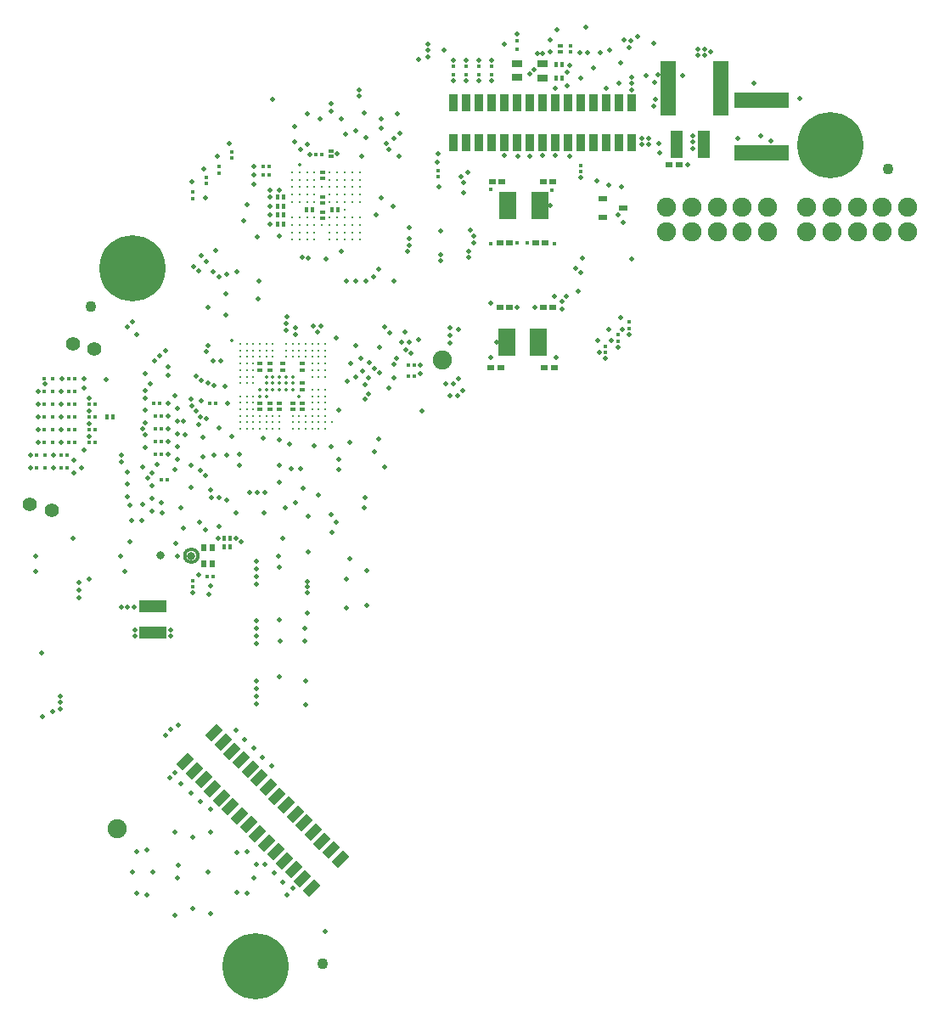
<source format=gbs>
G04*
G04 #@! TF.GenerationSoftware,Altium Limited,Altium Designer,24.1.2 (44)*
G04*
G04 Layer_Color=16711935*
%FSLAX44Y44*%
%MOMM*%
G71*
G04*
G04 #@! TF.SameCoordinates,E650615F-92BB-4AA2-81C1-946A8B7DB211*
G04*
G04*
G04 #@! TF.FilePolarity,Negative*
G04*
G01*
G75*
%ADD19R,0.5220X0.7250*%
%ADD64C,0.3000*%
%ADD67R,0.4500X0.5000*%
%ADD70R,0.3500X0.4000*%
%ADD71R,0.4000X0.3500*%
%ADD72R,0.4620X0.3520*%
%ADD73R,0.5000X0.4500*%
%ADD74R,1.6000X5.5000*%
%ADD86R,0.6588X0.6080*%
%ADD95C,1.1000*%
%ADD98C,0.8000*%
%ADD99C,1.9050*%
%ADD100C,1.9000*%
%ADD101C,1.4224*%
%ADD102C,0.0400*%
%ADD103C,0.1000*%
%ADD104C,6.6016*%
%ADD105C,0.3048*%
%ADD106C,0.5080*%
%ADD107C,0.3556*%
%ADD108C,0.4064*%
%ADD176R,0.9500X0.6000*%
%ADD179R,0.9800X0.7700*%
%ADD183R,0.9000X1.6560*%
%ADD184R,0.3520X0.4620*%
%ADD185R,5.5000X1.6000*%
%ADD186R,1.2000X2.7000*%
%ADD187R,2.7000X1.2000*%
%ADD188R,1.7510X2.7000*%
%ADD189R,0.5000X0.4000*%
G04:AMPARAMS|DCode=190|XSize=0.9mm|YSize=1.656mm|CornerRadius=0mm|HoleSize=0mm|Usage=FLASHONLY|Rotation=315.000|XOffset=0mm|YOffset=0mm|HoleType=Round|Shape=Rectangle|*
%AMROTATEDRECTD190*
4,1,4,-0.9037,-0.2673,0.2673,0.9037,0.9037,0.2673,-0.2673,-0.9037,-0.9037,-0.2673,0.0*
%
%ADD190ROTATEDRECTD190*%

D19*
X-338000Y8375D02*
D03*
Y-8375D02*
D03*
X-329780Y8375D02*
D03*
Y-8375D02*
D03*
D64*
X-343895Y0D02*
G03*
X-343895Y0I-6625J0D01*
G01*
D67*
X19510Y476250D02*
D03*
Y490220D02*
D03*
X-264795Y330931D02*
D03*
Y339821D02*
D03*
X-264525Y348751D02*
D03*
X-264795Y357601D02*
D03*
X-204185Y344901D02*
D03*
X-235585D02*
D03*
X-428800Y138430D02*
D03*
X-311960Y17780D02*
D03*
Y8890D02*
D03*
X13510Y490220D02*
D03*
X-258795Y330931D02*
D03*
Y339821D02*
D03*
X-258525Y348751D02*
D03*
X-258795Y357601D02*
D03*
X-317960Y17780D02*
D03*
Y8890D02*
D03*
X-210185Y344901D02*
D03*
X-229585D02*
D03*
X-434800Y138430D02*
D03*
X13510Y476250D02*
D03*
D70*
X-374190Y76200D02*
D03*
X-331930Y152400D02*
D03*
X-127810Y179070D02*
D03*
Y190500D02*
D03*
X-272590Y388620D02*
D03*
X-226520Y400050D02*
D03*
X-446580Y151130D02*
D03*
Y125730D02*
D03*
Y113030D02*
D03*
X-272590Y379730D02*
D03*
X-278590D02*
D03*
X-133810Y190500D02*
D03*
Y179070D02*
D03*
X-328470Y-20320D02*
D03*
X-334470D02*
D03*
X-325930Y152400D02*
D03*
X-452580Y113030D02*
D03*
Y125730D02*
D03*
Y151130D02*
D03*
X-472900Y176530D02*
D03*
X-466900D02*
D03*
X-381810Y152400D02*
D03*
X-387810D02*
D03*
X-472900Y163830D02*
D03*
X-466900D02*
D03*
X-380540Y139700D02*
D03*
X-386540D02*
D03*
X-472900Y151130D02*
D03*
X-466900D02*
D03*
X-380540Y127000D02*
D03*
X-386540D02*
D03*
X-472900Y138430D02*
D03*
X-466900D02*
D03*
X-380540Y114300D02*
D03*
X-386540D02*
D03*
X-472900Y125730D02*
D03*
X-466900D02*
D03*
X-380540Y101600D02*
D03*
X-386540D02*
D03*
X-472900Y113030D02*
D03*
X-466900D02*
D03*
X-480520Y100330D02*
D03*
X-474520D02*
D03*
X-480520Y87630D02*
D03*
X-474520D02*
D03*
X-452580Y138430D02*
D03*
X-446580D02*
D03*
X-380190Y76200D02*
D03*
X-220520Y400050D02*
D03*
X-278590Y388620D02*
D03*
D71*
X86360Y226870D02*
D03*
X62230Y202740D02*
D03*
X-310508Y396408D02*
D03*
X-349250Y356410D02*
D03*
X-335908Y371008D02*
D03*
X-322580Y381810D02*
D03*
X-349250Y-30940D02*
D03*
X38100Y383080D02*
D03*
X-104140Y378000D02*
D03*
X-349250Y-24940D02*
D03*
X27940Y508460D02*
D03*
Y502460D02*
D03*
X-322580Y387810D02*
D03*
X-335908Y377008D02*
D03*
X-349250Y362410D02*
D03*
X-310508Y402408D02*
D03*
X62230Y208740D02*
D03*
X74930Y220170D02*
D03*
Y214170D02*
D03*
X86360Y232870D02*
D03*
X-104140Y384000D02*
D03*
X38100Y389080D02*
D03*
D72*
X-504580Y87630D02*
D03*
Y100330D02*
D03*
X-496960Y113030D02*
D03*
Y125730D02*
D03*
Y138430D02*
D03*
Y151130D02*
D03*
Y163830D02*
D03*
Y176530D02*
D03*
X-488560D02*
D03*
Y163830D02*
D03*
Y151130D02*
D03*
Y138430D02*
D03*
Y125730D02*
D03*
Y113030D02*
D03*
X-496180Y100330D02*
D03*
Y87630D02*
D03*
D73*
X-259440Y185396D02*
D03*
X-239940Y152396D02*
D03*
X-272440Y185396D02*
D03*
X-249690Y152396D02*
D03*
X-272440D02*
D03*
X-282190Y185396D02*
D03*
X-239940Y165896D02*
D03*
X-262690Y152396D02*
D03*
X-239940Y185396D02*
D03*
X-282190Y152396D02*
D03*
X-219885Y358061D02*
D03*
Y336821D02*
D03*
Y376191D02*
D03*
X-259440Y191396D02*
D03*
X-239940Y146396D02*
D03*
X-272440Y191396D02*
D03*
X-249690Y146396D02*
D03*
X-272440D02*
D03*
X-282190Y191396D02*
D03*
X-239940Y171896D02*
D03*
X-262690Y146396D02*
D03*
X-239940Y191396D02*
D03*
X-282190Y146396D02*
D03*
X-219885Y352061D02*
D03*
Y342821D02*
D03*
X17780Y502460D02*
D03*
Y508460D02*
D03*
X-219885Y382191D02*
D03*
D74*
X124630Y466090D02*
D03*
X177630D02*
D03*
D86*
X-33274Y312420D02*
D03*
X-7366D02*
D03*
X254Y247650D02*
D03*
X-33274D02*
D03*
X135636Y389890D02*
D03*
X1524Y187960D02*
D03*
X11176D02*
D03*
X-42164D02*
D03*
X-51816D02*
D03*
X-40894Y373380D02*
D03*
X-50546D02*
D03*
X254D02*
D03*
X9906D02*
D03*
X125984Y389890D02*
D03*
X-42926Y247650D02*
D03*
X9906D02*
D03*
X2286Y312420D02*
D03*
X-42926D02*
D03*
D95*
X344170Y386080D02*
D03*
X-450850Y248920D02*
D03*
X-219710Y-406400D02*
D03*
D98*
X-350520Y0D02*
D03*
X-381000Y40D02*
D03*
D99*
X-100330Y195580D02*
D03*
X-424180Y-271780D02*
D03*
D100*
X123631Y347620D02*
D03*
X263331D02*
D03*
X313331Y322620D02*
D03*
X288331D02*
D03*
X338331D02*
D03*
X263331D02*
D03*
X288331Y347620D02*
D03*
X313331D02*
D03*
X338331D02*
D03*
X363331Y322620D02*
D03*
Y347620D02*
D03*
X173631Y322620D02*
D03*
X148631D02*
D03*
X198631D02*
D03*
X123631D02*
D03*
X148631Y347620D02*
D03*
X173631D02*
D03*
X198631D02*
D03*
X223631Y322620D02*
D03*
Y347620D02*
D03*
D101*
X-511967Y51196D02*
D03*
X-490132Y45345D02*
D03*
X-468973Y211652D02*
D03*
X-447138Y205801D02*
D03*
D102*
X-328683Y-213589D02*
D03*
X-319703Y-222569D02*
D03*
X-301742Y-240530D02*
D03*
X-310722Y-231549D02*
D03*
X-274801Y-267470D02*
D03*
X-265821Y-276451D02*
D03*
X-283782Y-258490D02*
D03*
X-292762Y-249510D02*
D03*
X-220920Y-321352D02*
D03*
X-238880Y-303391D02*
D03*
X-229900Y-312372D02*
D03*
X-247861Y-294411D02*
D03*
X-256841Y-285431D02*
D03*
X-265821Y-258490D02*
D03*
X-256841Y-267470D02*
D03*
X-238880Y-285431D02*
D03*
X-247861Y-276451D02*
D03*
X-211940Y-312372D02*
D03*
X-220920Y-303391D02*
D03*
X-229900Y-294411D02*
D03*
X-301742Y-222569D02*
D03*
X-292762Y-231549D02*
D03*
X-274801Y-249510D02*
D03*
X-283782Y-240530D02*
D03*
X-319703Y-204609D02*
D03*
X-310722Y-213589D02*
D03*
X-328683Y-195628D02*
D03*
X-337663Y-186648D02*
D03*
Y-204609D02*
D03*
X-346643Y-195628D02*
D03*
X63500Y438150D02*
D03*
X50800D02*
D03*
X25400D02*
D03*
X38100D02*
D03*
X-12700D02*
D03*
X-25400D02*
D03*
X0D02*
D03*
X12700D02*
D03*
X-88900D02*
D03*
X-63500D02*
D03*
X-76200D02*
D03*
X-50800D02*
D03*
X-38100D02*
D03*
X-12700Y425450D02*
D03*
X-25400D02*
D03*
X-50800D02*
D03*
X-38100D02*
D03*
X-88900D02*
D03*
X-76200D02*
D03*
X-63500D02*
D03*
X38100D02*
D03*
X25400D02*
D03*
X0D02*
D03*
X12700D02*
D03*
X63500D02*
D03*
X50800D02*
D03*
X76200D02*
D03*
X88900D02*
D03*
X76200Y438150D02*
D03*
X88900D02*
D03*
D103*
X-220920Y-312372D02*
D03*
X-337663Y-195628D02*
D03*
X-82550Y431800D02*
D03*
X82550D02*
D03*
D104*
X-409600Y286800D02*
D03*
X286800Y409600D02*
D03*
X-286800Y-409600D02*
D03*
D105*
X-269190Y126646D02*
D03*
X-275690D02*
D03*
X-295190D02*
D03*
X-243190Y126646D02*
D03*
X-288690Y185146D02*
D03*
Y152646D02*
D03*
X-230190D02*
D03*
X-243190Y198146D02*
D03*
X-230190Y185146D02*
D03*
X-275690Y198146D02*
D03*
X-249690Y211146D02*
D03*
X-197843Y344933D02*
D03*
X-197775Y315001D02*
D03*
X-220275Y367501D02*
D03*
X-227775Y375001D02*
D03*
X-212775D02*
D03*
X-235275Y382501D02*
D03*
X-242775D02*
D03*
X-235275Y352501D02*
D03*
X-220207Y330069D02*
D03*
X-212775Y315001D02*
D03*
X-235275Y337501D02*
D03*
X-205275Y360001D02*
D03*
Y352501D02*
D03*
X-235275Y360001D02*
D03*
X-250275Y315001D02*
D03*
X-235275D02*
D03*
X-242775Y337501D02*
D03*
X-205275Y337501D02*
D03*
X-282190Y126646D02*
D03*
X-275690Y204646D02*
D03*
X-288690Y191646D02*
D03*
Y146146D02*
D03*
X-282190Y139646D02*
D03*
X-269190D02*
D03*
X-243190D02*
D03*
X-230190Y146146D02*
D03*
X-236690Y198146D02*
D03*
X-230190Y178646D02*
D03*
X-282190Y198146D02*
D03*
X-256190Y198146D02*
D03*
X-212775Y367501D02*
D03*
X-242775Y352501D02*
D03*
Y360001D02*
D03*
X-250275D02*
D03*
Y352501D02*
D03*
Y337501D02*
D03*
X-227775Y352501D02*
D03*
X-212775D02*
D03*
X-227775Y360001D02*
D03*
X-212775D02*
D03*
X-250275Y367501D02*
D03*
Y375001D02*
D03*
X-223690Y139646D02*
D03*
X-236690Y133146D02*
D03*
X-217190Y159146D02*
D03*
X-210690Y133146D02*
D03*
X-223690Y211146D02*
D03*
X-236690D02*
D03*
X-230190D02*
D03*
X-282190D02*
D03*
X-205275Y322501D02*
D03*
Y315001D02*
D03*
Y330001D02*
D03*
X-227775Y315001D02*
D03*
X-250275Y330001D02*
D03*
X-242775D02*
D03*
X-235275Y322501D02*
D03*
X-242775Y315001D02*
D03*
Y322501D02*
D03*
X-250275D02*
D03*
X-235275Y367501D02*
D03*
X-197775Y352501D02*
D03*
X-190275D02*
D03*
X-182775D02*
D03*
X-197775Y360001D02*
D03*
X-190275D02*
D03*
X-182775D02*
D03*
X-197775Y367501D02*
D03*
X-235275Y330001D02*
D03*
X-227775D02*
D03*
X-212775Y322501D02*
D03*
Y337501D02*
D03*
X-227775Y337501D02*
D03*
X-212775Y330001D02*
D03*
X-227775Y322501D02*
D03*
X-182775Y382501D02*
D03*
X-190275D02*
D03*
X-197775D02*
D03*
X-205275D02*
D03*
X-250275D02*
D03*
X-242775Y375001D02*
D03*
X-235275D02*
D03*
X-242775Y367501D02*
D03*
X-227775D02*
D03*
Y382501D02*
D03*
X-212775Y382501D02*
D03*
X-205275Y367501D02*
D03*
X-190275D02*
D03*
X-182775D02*
D03*
X-205275Y375001D02*
D03*
X-197775D02*
D03*
X-190275D02*
D03*
X-182775D02*
D03*
X-190275Y315001D02*
D03*
X-182775Y315001D02*
D03*
Y322501D02*
D03*
X-197775D02*
D03*
X-190275Y322501D02*
D03*
X-197775Y330001D02*
D03*
X-190275D02*
D03*
X-182775Y330001D02*
D03*
X-197775Y337501D02*
D03*
X-190275D02*
D03*
X-182775Y337501D02*
D03*
X-269190Y198146D02*
D03*
X-236690Y139646D02*
D03*
X-262690Y139646D02*
D03*
X-275690D02*
D03*
X-217190Y152646D02*
D03*
Y165646D02*
D03*
X-223690D02*
D03*
Y159146D02*
D03*
Y152646D02*
D03*
X-230190Y159146D02*
D03*
Y165646D02*
D03*
X-217190Y178646D02*
D03*
X-223690D02*
D03*
Y146146D02*
D03*
X-217190D02*
D03*
Y139646D02*
D03*
X-230190D02*
D03*
X-223690Y133146D02*
D03*
X-217190D02*
D03*
Y126646D02*
D03*
X-223690D02*
D03*
X-230190D02*
D03*
Y133146D02*
D03*
X-236690Y126646D02*
D03*
X-243190Y133146D02*
D03*
X-249690Y139646D02*
D03*
Y133146D02*
D03*
Y126646D02*
D03*
X-288690Y126646D02*
D03*
X-301690D02*
D03*
X-262690D02*
D03*
Y133146D02*
D03*
X-269190D02*
D03*
X-275690D02*
D03*
X-282190D02*
D03*
X-288690D02*
D03*
Y139646D02*
D03*
X-295190Y133146D02*
D03*
X-301690D02*
D03*
X-295190Y139646D02*
D03*
X-301690D02*
D03*
X-295190Y146146D02*
D03*
X-301690D02*
D03*
Y152646D02*
D03*
X-295190D02*
D03*
X-288690Y159146D02*
D03*
X-295190D02*
D03*
X-301690D02*
D03*
X-288690Y211146D02*
D03*
Y178646D02*
D03*
Y172146D02*
D03*
X-295190Y185146D02*
D03*
Y178646D02*
D03*
Y172146D02*
D03*
X-301690Y185146D02*
D03*
Y178646D02*
D03*
Y172146D02*
D03*
X-295190Y191646D02*
D03*
X-301690D02*
D03*
Y198146D02*
D03*
Y204646D02*
D03*
Y211146D02*
D03*
X-295190D02*
D03*
Y204646D02*
D03*
Y198146D02*
D03*
X-288690D02*
D03*
Y204646D02*
D03*
X-282190D02*
D03*
X-275690Y211146D02*
D03*
X-269190D02*
D03*
Y204646D02*
D03*
X-256190Y211146D02*
D03*
X-249690Y198146D02*
D03*
X-256190Y204646D02*
D03*
X-249690D02*
D03*
X-243190Y211146D02*
D03*
Y204646D02*
D03*
X-236690D02*
D03*
X-223690Y185146D02*
D03*
X-217190D02*
D03*
Y191646D02*
D03*
Y198146D02*
D03*
Y204646D02*
D03*
Y211146D02*
D03*
X-223690Y204646D02*
D03*
X-230190D02*
D03*
X-223690Y191646D02*
D03*
Y198146D02*
D03*
X-230190Y198146D02*
D03*
Y191646D02*
D03*
D106*
X-321310Y194310D02*
D03*
X-262890Y73660D02*
D03*
X-292100Y63500D02*
D03*
X-284480D02*
D03*
X-276860D02*
D03*
X-322580Y127635D02*
D03*
X-284655Y318231D02*
D03*
X-271955Y330931D02*
D03*
Y339821D02*
D03*
X-271915Y348751D02*
D03*
X-176705Y417291D02*
D03*
X-186865Y423641D02*
D03*
X-271955Y357601D02*
D03*
X-373380Y152400D02*
D03*
Y139700D02*
D03*
Y127000D02*
D03*
Y114300D02*
D03*
Y101600D02*
D03*
X-496570Y171450D02*
D03*
X-502920Y163830D02*
D03*
Y151130D02*
D03*
Y138430D02*
D03*
Y125730D02*
D03*
Y113030D02*
D03*
X-510540Y100330D02*
D03*
Y87630D02*
D03*
X-334010Y209550D02*
D03*
X-278940Y117021D02*
D03*
X-314960Y55880D02*
D03*
X-222250Y435610D02*
D03*
X-196850Y420370D02*
D03*
X-234950Y410210D02*
D03*
X-161290Y435610D02*
D03*
X-144780Y440690D02*
D03*
X-389890Y57150D02*
D03*
X-186690Y209550D02*
D03*
X7620Y349250D02*
D03*
X-25400Y247650D02*
D03*
X-7620D02*
D03*
X-25400Y520700D02*
D03*
X-12758Y480118D02*
D03*
X-8832Y485082D02*
D03*
X88900Y464820D02*
D03*
Y471170D02*
D03*
Y477520D02*
D03*
X-176530Y273812D02*
D03*
X-186690D02*
D03*
X-336550Y356870D02*
D03*
X-210820Y443230D02*
D03*
X-335788Y204041D02*
D03*
X-269510Y454930D02*
D03*
X-314960Y100330D02*
D03*
X-366570Y85900D02*
D03*
X-380210Y52860D02*
D03*
X-379730Y43180D02*
D03*
X-335280Y137160D02*
D03*
X-389890Y44450D02*
D03*
Y82550D02*
D03*
Y69850D02*
D03*
X-327660Y100330D02*
D03*
X110490Y448310D02*
D03*
X144780Y389890D02*
D03*
X210820Y471170D02*
D03*
X111760Y472440D02*
D03*
X-488950Y-154940D02*
D03*
X-499110Y-160020D02*
D03*
X-499570Y-96980D02*
D03*
X-452120Y-22860D02*
D03*
X86360Y220980D02*
D03*
X-121920Y190500D02*
D03*
X-410210Y35560D02*
D03*
X-400050D02*
D03*
X-251210Y86995D02*
D03*
X-137160Y223520D02*
D03*
X-316230Y261620D02*
D03*
X-306070Y43180D02*
D03*
X-217170Y-374650D02*
D03*
X-333690Y247970D02*
D03*
X256540Y455930D02*
D03*
X-349250Y-36830D02*
D03*
X26670Y488950D02*
D03*
X-45720Y213360D02*
D03*
X-121920Y181610D02*
D03*
X-333110Y-38100D02*
D03*
X-331109Y-29849D02*
D03*
X-175202Y-49472D02*
D03*
X-234950Y-57150D02*
D03*
X-233680Y3810D02*
D03*
X102870Y478790D02*
D03*
X139700D02*
D03*
X149860Y419100D02*
D03*
Y412750D02*
D03*
Y406400D02*
D03*
X217170Y419100D02*
D03*
X62230Y196850D02*
D03*
X-391160Y171450D02*
D03*
X-396240Y181610D02*
D03*
X-420370Y100330D02*
D03*
Y93980D02*
D03*
X-370840Y-73660D02*
D03*
Y-80010D02*
D03*
X-406400Y-73660D02*
D03*
Y-80010D02*
D03*
X-481330Y-139700D02*
D03*
Y-146050D02*
D03*
Y-152400D02*
D03*
X-236220Y-124460D02*
D03*
Y-148590D02*
D03*
X-262890Y-120650D02*
D03*
X-237490Y-85090D02*
D03*
Y-72390D02*
D03*
X-262890Y-63500D02*
D03*
X-261620Y-85090D02*
D03*
X-262890Y-11430D02*
D03*
X-263298Y0D02*
D03*
X227330Y414020D02*
D03*
X194310Y416560D02*
D03*
X-306070Y17018D02*
D03*
X-300990Y13970D02*
D03*
X74930Y340360D02*
D03*
X-101600Y323850D02*
D03*
X35560Y264160D02*
D03*
X39370Y297180D02*
D03*
X-72390Y325120D02*
D03*
X-134620Y303530D02*
D03*
X-195834Y-52070D02*
D03*
X-310282Y118872D02*
D03*
X-205710Y217160D02*
D03*
X127762Y478790D02*
D03*
X86360Y506730D02*
D03*
X87630Y513592D02*
D03*
X114590Y479552D02*
D03*
X-124206Y494919D02*
D03*
X54610Y214630D02*
D03*
X161290Y505460D02*
D03*
X154940Y499110D02*
D03*
X161290D02*
D03*
X167640Y502920D02*
D03*
X-5545Y500845D02*
D03*
X-103Y500743D02*
D03*
X154940Y505460D02*
D03*
X-76200Y494370D02*
D03*
X-63500D02*
D03*
X-50800D02*
D03*
X-88900D02*
D03*
X-203200Y96520D02*
D03*
X-200660Y435610D02*
D03*
X-178308Y441960D02*
D03*
X-232410Y400050D02*
D03*
X38100Y377190D02*
D03*
X-133350Y327660D02*
D03*
X-234950Y440690D02*
D03*
X-210762Y450792D02*
D03*
X-103378Y368300D02*
D03*
X-505461Y-15239D02*
D03*
X-505729Y1D02*
D03*
X-350520Y68580D02*
D03*
X-192430Y-3150D02*
D03*
X-175356Y-14812D02*
D03*
X-364490Y0D02*
D03*
X77470Y237490D02*
D03*
X-285750Y-5080D02*
D03*
Y-12700D02*
D03*
Y-20320D02*
D03*
Y-27940D02*
D03*
Y-80010D02*
D03*
Y-72390D02*
D03*
Y-64770D02*
D03*
Y-147320D02*
D03*
Y-139700D02*
D03*
Y-132080D02*
D03*
Y-124460D02*
D03*
X-124000Y215440D02*
D03*
X-316230Y240030D02*
D03*
X-278130Y43180D02*
D03*
X-285750Y-87630D02*
D03*
X-457200Y105410D02*
D03*
X-262890Y318770D02*
D03*
X-435873Y175891D02*
D03*
X-323850Y17272D02*
D03*
X-411480Y13970D02*
D03*
X-271780Y364490D02*
D03*
X-195834Y-23487D02*
D03*
X-262890Y364490D02*
D03*
X110236Y511048D02*
D03*
X66548Y503936D02*
D03*
X-114300Y510540D02*
D03*
Y504190D02*
D03*
X-98234D02*
D03*
X-114300Y497840D02*
D03*
X94234Y517906D02*
D03*
X80590Y514350D02*
D03*
X26924Y398780D02*
D03*
X12446Y399034D02*
D03*
X0Y399137D02*
D03*
X-12700Y398780D02*
D03*
X-25146D02*
D03*
X-38100Y399288D02*
D03*
X-192151Y112649D02*
D03*
X-333860Y172409D02*
D03*
X-327914Y170180D02*
D03*
X116078Y402082D02*
D03*
X-314325Y151658D02*
D03*
X-316738Y169291D02*
D03*
X-262509Y115318D02*
D03*
X-228346Y109240D02*
D03*
X-191770Y191770D02*
D03*
X-246996Y226932D02*
D03*
X-247034Y220568D02*
D03*
X-256159Y224790D02*
D03*
X-255417Y238653D02*
D03*
X-328930Y194310D02*
D03*
X-350520Y156210D02*
D03*
X-350056Y149396D02*
D03*
X-356870Y120650D02*
D03*
X-358140Y134620D02*
D03*
X-288290Y370840D02*
D03*
Y379730D02*
D03*
Y388620D02*
D03*
X-133096Y316160D02*
D03*
X-133366Y309816D02*
D03*
X88900Y295910D02*
D03*
X53735Y373657D02*
D03*
X-74930Y382270D02*
D03*
X80010Y332740D02*
D03*
X78734Y367975D02*
D03*
X66040Y369570D02*
D03*
X-342900Y-19050D02*
D03*
X-365760Y12700D02*
D03*
X-358140Y27940D02*
D03*
X-342127Y33517D02*
D03*
X-336550Y26162D02*
D03*
X-322580Y29210D02*
D03*
X-350148Y372863D02*
D03*
X-333530Y-315440D02*
D03*
X24130Y468630D02*
D03*
X7160Y502460D02*
D03*
X7010Y514453D02*
D03*
X-210058Y23540D02*
D03*
X-38100Y510540D02*
D03*
X50800Y486410D02*
D03*
X-203900Y86360D02*
D03*
X-92710Y227330D02*
D03*
Y219710D02*
D03*
Y212090D02*
D03*
X-73660Y297406D02*
D03*
Y303756D02*
D03*
X-96520Y171450D02*
D03*
X-246380Y53340D02*
D03*
X-375920Y-179070D02*
D03*
X-370840Y-172720D02*
D03*
X-363220Y-168910D02*
D03*
X-83820Y226060D02*
D03*
X105410Y410210D02*
D03*
Y416560D02*
D03*
X42810Y527153D02*
D03*
X44450Y501650D02*
D03*
X57150D02*
D03*
X36558D02*
D03*
X77470Y491490D02*
D03*
X12767Y198053D02*
D03*
X-83820Y176530D02*
D03*
X-88900Y171450D02*
D03*
X-163830Y116840D02*
D03*
X-223520Y60960D02*
D03*
X-306070Y-173990D02*
D03*
X-420370Y-50800D02*
D03*
X-414020D02*
D03*
X-407670D02*
D03*
X-234950Y-36830D02*
D03*
Y-31115D02*
D03*
Y-25400D02*
D03*
X-394970Y-337820D02*
D03*
X-255270D02*
D03*
X-248920Y-331470D02*
D03*
X-371995Y-220980D02*
D03*
X-366915Y-215900D02*
D03*
X-241935Y86995D02*
D03*
X-302260Y90170D02*
D03*
Y101600D02*
D03*
X-256540Y48260D02*
D03*
X-262890Y90170D02*
D03*
X-238760Y67310D02*
D03*
X-462280Y-26670D02*
D03*
Y-34290D02*
D03*
Y-41910D02*
D03*
X-233680Y39370D02*
D03*
X-157798Y88710D02*
D03*
X-168402Y104140D02*
D03*
X-153924Y167640D02*
D03*
X-177026Y170336D02*
D03*
X-173938Y161362D02*
D03*
X-177649Y156210D02*
D03*
X-120650Y144780D02*
D03*
X-92710Y160020D02*
D03*
X-85090D02*
D03*
X-80010Y165100D02*
D03*
X19050Y253905D02*
D03*
X19050Y246380D02*
D03*
X13910Y524450D02*
D03*
X74930Y208280D02*
D03*
X79317Y226060D02*
D03*
X67887Y214630D02*
D03*
X56457Y203200D02*
D03*
X66040Y226060D02*
D03*
X112524Y455166D02*
D03*
X115840Y411290D02*
D03*
X-468630Y17780D02*
D03*
X-259080D02*
D03*
X-252730Y111498D02*
D03*
X-322580Y58420D02*
D03*
X-330200D02*
D03*
X-374142Y180340D02*
D03*
Y188584D02*
D03*
X-331470Y66040D02*
D03*
X-350613Y90077D02*
D03*
X-338762Y99060D02*
D03*
X-341630Y85090D02*
D03*
Y138430D02*
D03*
X-393700Y77470D02*
D03*
X-399288Y127000D02*
D03*
X-396240Y120400D02*
D03*
Y132667D02*
D03*
X-339090Y118110D02*
D03*
X-340360Y154940D02*
D03*
X-345928Y144083D02*
D03*
X-360680Y48260D02*
D03*
X-399288Y51308D02*
D03*
Y88900D02*
D03*
X-414020Y83598D02*
D03*
X-459740Y87542D02*
D03*
X-421132Y0D02*
D03*
X-416560Y-15240D02*
D03*
X-186953Y178645D02*
D03*
X-195095Y173963D02*
D03*
X-163830Y285750D02*
D03*
X-168910Y278130D02*
D03*
X-162560Y208280D02*
D03*
X-163141Y182191D02*
D03*
X-167640Y186690D02*
D03*
X-173602Y177412D02*
D03*
X-179660Y184284D02*
D03*
X-411480Y50800D02*
D03*
X-396240Y144934D02*
D03*
Y165100D02*
D03*
X-364490Y147320D02*
D03*
X-384810Y91440D02*
D03*
X-79502Y372110D02*
D03*
Y361950D02*
D03*
X-104140Y401320D02*
D03*
X-81280Y378460D02*
D03*
X-105410Y392430D02*
D03*
X-203200Y144824D02*
D03*
X-177038Y57910D02*
D03*
X-178562Y47614D02*
D03*
X-336550Y80010D02*
D03*
X-342900Y130810D02*
D03*
X-205840Y33120D02*
D03*
X-210774Y41107D02*
D03*
X-133350Y213360D02*
D03*
X-157480Y228600D02*
D03*
X-142240Y421640D02*
D03*
X-148590Y416560D02*
D03*
X-173077Y192278D02*
D03*
X-247650Y412750D02*
D03*
X-241300Y405130D02*
D03*
X-143510Y398780D02*
D03*
X-180340D02*
D03*
X-205275Y400515D02*
D03*
X-148590Y274320D02*
D03*
X-131636Y201539D02*
D03*
X-136398Y205740D02*
D03*
X-152400Y222250D02*
D03*
X-148351Y190932D02*
D03*
X-148336Y177800D02*
D03*
X-146050Y196850D02*
D03*
X-181610D02*
D03*
X-140970Y213360D02*
D03*
X99060Y410210D02*
D03*
Y416560D02*
D03*
X-326390Y304800D02*
D03*
X-298482Y334042D02*
D03*
X-295148Y349896D02*
D03*
X-340360Y299720D02*
D03*
Y175260D02*
D03*
X-343408Y283800D02*
D03*
X-387350Y194310D02*
D03*
X-347980Y288290D02*
D03*
X-345440Y179070D02*
D03*
X-247650Y427990D02*
D03*
X-324508Y398105D02*
D03*
X-312420Y411480D02*
D03*
X-337820Y386080D02*
D03*
X-283210Y274320D02*
D03*
X-304800Y283210D02*
D03*
X-328930D02*
D03*
X-335280Y293370D02*
D03*
X-314960Y280670D02*
D03*
X-322580Y278130D02*
D03*
X-195577Y273812D02*
D03*
X-201229Y303286D02*
D03*
X-149098Y348662D02*
D03*
X-161036Y356870D02*
D03*
X-166370Y340360D02*
D03*
X-161290Y426720D02*
D03*
X-156510Y410810D02*
D03*
X-153670Y405130D02*
D03*
X-215900Y295910D02*
D03*
X-233680Y297180D02*
D03*
X-240134Y297227D02*
D03*
X-52070Y251955D02*
D03*
X11430Y259080D02*
D03*
X-52070Y198120D02*
D03*
X-404876Y220980D02*
D03*
X-408940Y233680D02*
D03*
X-414020Y228600D02*
D03*
X-220980Y228854D02*
D03*
X-224790Y223520D02*
D03*
X-228600Y228854D02*
D03*
X-256159Y231264D02*
D03*
X-414020Y71330D02*
D03*
Y59063D02*
D03*
X-364490Y96520D02*
D03*
Y109220D02*
D03*
Y121920D02*
D03*
Y134620D02*
D03*
X-375920Y204470D02*
D03*
X-382270Y199390D02*
D03*
X-467360Y82716D02*
D03*
X-467594Y95043D02*
D03*
X-457200Y167386D02*
D03*
Y176530D02*
D03*
X-367030Y160020D02*
D03*
X-182880Y464820D02*
D03*
Y458470D02*
D03*
X37510Y282530D02*
D03*
X33020Y287020D02*
D03*
X23540Y258490D02*
D03*
X-101600Y300266D02*
D03*
Y293916D02*
D03*
X-68580Y318770D02*
D03*
X-68615Y312374D02*
D03*
X-331470Y-252730D02*
D03*
X-210820Y109220D02*
D03*
X-259080Y-325120D02*
D03*
X-267970Y-316230D02*
D03*
X-276860Y-307340D02*
D03*
X-363220Y-308610D02*
D03*
X-364490Y-321310D02*
D03*
X-331470Y-275590D02*
D03*
X-367030D02*
D03*
X-349250Y-280670D02*
D03*
X-405130Y-294640D02*
D03*
X-394970Y-293370D02*
D03*
X-408940Y-314960D02*
D03*
X-388620Y-315440D02*
D03*
X-405130Y-336550D02*
D03*
X-367030Y-358140D02*
D03*
X-331470Y-356870D02*
D03*
X-349250Y-351790D02*
D03*
X-294640Y-336550D02*
D03*
X-304800Y-335280D02*
D03*
X-288290Y-321310D02*
D03*
X-294640Y-294640D02*
D03*
X-304800Y-295910D02*
D03*
X-285750Y-307340D02*
D03*
X-341630Y-245110D02*
D03*
X-350520Y-236220D02*
D03*
X-360680Y-227330D02*
D03*
X-270510Y-209550D02*
D03*
X-279400Y-200660D02*
D03*
X-288290Y-191770D02*
D03*
X-297180Y-182880D02*
D03*
X-396240Y108132D02*
D03*
Y157201D02*
D03*
X-452120Y157480D02*
D03*
Y119380D02*
D03*
X-452234Y131479D02*
D03*
X-452120Y144052D02*
D03*
X-487680Y87630D02*
D03*
Y100330D02*
D03*
X-480060Y113030D02*
D03*
Y125730D02*
D03*
Y138430D02*
D03*
Y151130D02*
D03*
Y163830D02*
D03*
X-479421Y176530D02*
D03*
X63500Y466090D02*
D03*
X12700D02*
D03*
X76200Y471170D02*
D03*
X38100Y476250D02*
D03*
X24344Y481838D02*
D03*
X-88900Y473370D02*
D03*
X-76200D02*
D03*
X-50800D02*
D03*
X-63500D02*
D03*
X-284118Y255889D02*
D03*
D107*
X-262690Y172146D02*
D03*
X-256190D02*
D03*
X-262690Y165646D02*
D03*
X-256190D02*
D03*
X-249690Y165646D02*
D03*
Y172146D02*
D03*
X-269190Y172146D02*
D03*
Y165646D02*
D03*
X-275690D02*
D03*
Y172146D02*
D03*
X-282190Y165646D02*
D03*
X-275690Y159146D02*
D03*
X-282190D02*
D03*
X-243190D02*
D03*
X-275690Y178646D02*
D03*
X-269190D02*
D03*
X-262690D02*
D03*
X-256190D02*
D03*
X-249690D02*
D03*
X-310651Y214274D02*
D03*
X-242775Y390001D02*
D03*
D108*
X-25400Y312420D02*
D03*
X-15240D02*
D03*
X8890Y364490D02*
D03*
X-52070Y311150D02*
D03*
X11430D02*
D03*
X-52070Y365760D02*
D03*
D176*
X80100Y346710D02*
D03*
X59600Y337210D02*
D03*
Y356210D02*
D03*
D179*
X0Y490688D02*
D03*
X-25400Y476720D02*
D03*
Y491020D02*
D03*
X0Y476388D02*
D03*
D183*
X-12700Y451990D02*
D03*
X88900D02*
D03*
X76200D02*
D03*
X63500D02*
D03*
X50800D02*
D03*
X38100D02*
D03*
X-25400D02*
D03*
X0D02*
D03*
X12700D02*
D03*
X25400D02*
D03*
X-38100D02*
D03*
X-50800D02*
D03*
X-63500D02*
D03*
X-76200D02*
D03*
X-88900D02*
D03*
X88900Y411610D02*
D03*
X76200D02*
D03*
X63500D02*
D03*
X50800D02*
D03*
X38100D02*
D03*
X-25400D02*
D03*
X-12700D02*
D03*
X0D02*
D03*
X12700D02*
D03*
X25400D02*
D03*
X-38100D02*
D03*
X-50800D02*
D03*
X-63500D02*
D03*
X-76200D02*
D03*
X-88900D02*
D03*
D184*
X-76200Y488070D02*
D03*
X-63500D02*
D03*
X-50800D02*
D03*
X-25400Y513470D02*
D03*
X-88900Y488070D02*
D03*
Y479670D02*
D03*
X-25400Y505070D02*
D03*
X-50800Y479670D02*
D03*
X-63500D02*
D03*
X-76200D02*
D03*
D185*
X218440Y401490D02*
D03*
Y454490D02*
D03*
D186*
X160820Y410210D02*
D03*
X133820D02*
D03*
D187*
X-388620Y-77000D02*
D03*
Y-50000D02*
D03*
D188*
X-3175Y349250D02*
D03*
X-36195Y213360D02*
D03*
X-4445D02*
D03*
X-34925Y349250D02*
D03*
D189*
X-211565Y398381D02*
D03*
Y403181D02*
D03*
D190*
X-356430Y-205415D02*
D03*
X-347449Y-214395D02*
D03*
X-338469Y-223375D02*
D03*
X-329489Y-232355D02*
D03*
X-320509Y-241336D02*
D03*
X-275607Y-286237D02*
D03*
X-284588Y-277257D02*
D03*
X-293568Y-268276D02*
D03*
X-302548Y-259296D02*
D03*
X-311528Y-250316D02*
D03*
X-266627Y-295217D02*
D03*
X-257647Y-304197D02*
D03*
X-248667Y-313178D02*
D03*
X-239686Y-322158D02*
D03*
X-230706Y-331138D02*
D03*
X-327877Y-176862D02*
D03*
X-318897Y-185842D02*
D03*
X-309916Y-194822D02*
D03*
X-300936Y-203803D02*
D03*
X-291956Y-212783D02*
D03*
X-247055Y-257684D02*
D03*
X-256035Y-248704D02*
D03*
X-265015Y-239724D02*
D03*
X-273995Y-230743D02*
D03*
X-282976Y-221763D02*
D03*
X-238074Y-266664D02*
D03*
X-229094Y-275645D02*
D03*
X-220114Y-284625D02*
D03*
X-211134Y-293605D02*
D03*
X-202153Y-302586D02*
D03*
M02*

</source>
